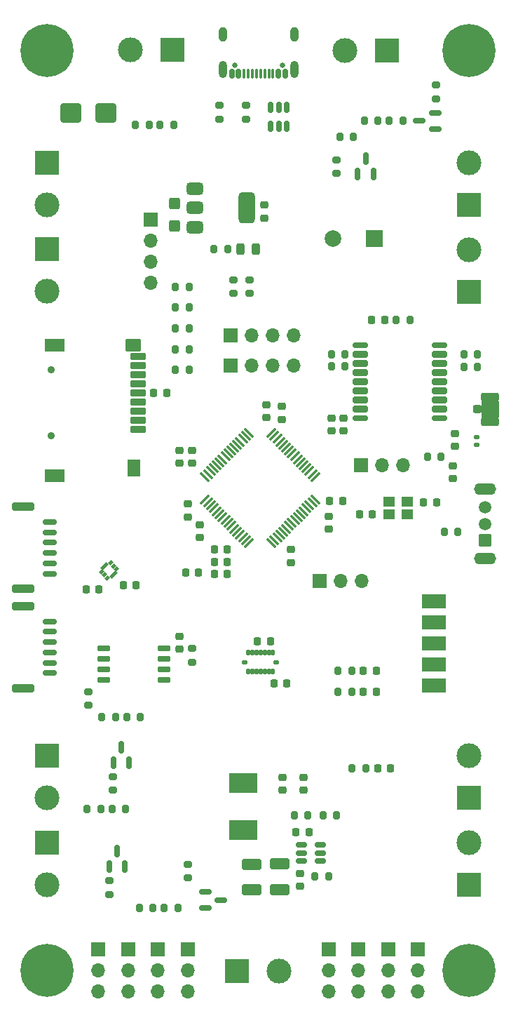
<source format=gts>
%TF.GenerationSoftware,KiCad,Pcbnew,8.0.3*%
%TF.CreationDate,2025-07-22T23:59:42+01:00*%
%TF.ProjectId,Athena,41746865-6e61-42e6-9b69-6361645f7063,rev?*%
%TF.SameCoordinates,Original*%
%TF.FileFunction,Soldermask,Top*%
%TF.FilePolarity,Negative*%
%FSLAX46Y46*%
G04 Gerber Fmt 4.6, Leading zero omitted, Abs format (unit mm)*
G04 Created by KiCad (PCBNEW 8.0.3) date 2025-07-22 23:59:42*
%MOMM*%
%LPD*%
G01*
G04 APERTURE LIST*
G04 Aperture macros list*
%AMRoundRect*
0 Rectangle with rounded corners*
0 $1 Rounding radius*
0 $2 $3 $4 $5 $6 $7 $8 $9 X,Y pos of 4 corners*
0 Add a 4 corners polygon primitive as box body*
4,1,4,$2,$3,$4,$5,$6,$7,$8,$9,$2,$3,0*
0 Add four circle primitives for the rounded corners*
1,1,$1+$1,$2,$3*
1,1,$1+$1,$4,$5*
1,1,$1+$1,$6,$7*
1,1,$1+$1,$8,$9*
0 Add four rect primitives between the rounded corners*
20,1,$1+$1,$2,$3,$4,$5,0*
20,1,$1+$1,$4,$5,$6,$7,0*
20,1,$1+$1,$6,$7,$8,$9,0*
20,1,$1+$1,$8,$9,$2,$3,0*%
G04 Aperture macros list end*
%ADD10RoundRect,0.200000X0.200000X0.275000X-0.200000X0.275000X-0.200000X-0.275000X0.200000X-0.275000X0*%
%ADD11RoundRect,0.225000X-0.225000X-0.250000X0.225000X-0.250000X0.225000X0.250000X-0.225000X0.250000X0*%
%ADD12RoundRect,0.147500X-0.172500X0.147500X-0.172500X-0.147500X0.172500X-0.147500X0.172500X0.147500X0*%
%ADD13RoundRect,0.250000X0.425000X-0.450000X0.425000X0.450000X-0.425000X0.450000X-0.425000X-0.450000X0*%
%ADD14RoundRect,0.225000X-0.250000X0.225000X-0.250000X-0.225000X0.250000X-0.225000X0.250000X0.225000X0*%
%ADD15RoundRect,0.200000X0.275000X-0.200000X0.275000X0.200000X-0.275000X0.200000X-0.275000X-0.200000X0*%
%ADD16RoundRect,0.200000X-0.200000X-0.275000X0.200000X-0.275000X0.200000X0.275000X-0.200000X0.275000X0*%
%ADD17R,3.000000X3.000000*%
%ADD18C,3.000000*%
%ADD19RoundRect,0.225000X0.225000X0.250000X-0.225000X0.250000X-0.225000X-0.250000X0.225000X-0.250000X0*%
%ADD20RoundRect,0.225000X0.250000X-0.225000X0.250000X0.225000X-0.250000X0.225000X-0.250000X-0.225000X0*%
%ADD21R,1.700000X1.700000*%
%ADD22O,1.700000X1.700000*%
%ADD23RoundRect,0.218750X0.218750X0.256250X-0.218750X0.256250X-0.218750X-0.256250X0.218750X-0.256250X0*%
%ADD24RoundRect,0.200000X-0.275000X0.200000X-0.275000X-0.200000X0.275000X-0.200000X0.275000X0.200000X0*%
%ADD25RoundRect,0.150000X-0.700000X0.150000X-0.700000X-0.150000X0.700000X-0.150000X0.700000X0.150000X0*%
%ADD26RoundRect,0.250000X-1.100000X0.250000X-1.100000X-0.250000X1.100000X-0.250000X1.100000X0.250000X0*%
%ADD27RoundRect,0.243750X-0.243750X-0.456250X0.243750X-0.456250X0.243750X0.456250X-0.243750X0.456250X0*%
%ADD28C,0.900000*%
%ADD29RoundRect,0.102000X-0.800000X0.350000X-0.800000X-0.350000X0.800000X-0.350000X0.800000X0.350000X0*%
%ADD30RoundRect,0.102000X-0.800000X0.700000X-0.800000X-0.700000X0.800000X-0.700000X0.800000X0.700000X0*%
%ADD31RoundRect,0.102000X-1.100000X0.700000X-1.100000X-0.700000X1.100000X-0.700000X1.100000X0.700000X0*%
%ADD32RoundRect,0.102000X-0.700000X0.900000X-0.700000X-0.900000X0.700000X-0.900000X0.700000X0.900000X0*%
%ADD33RoundRect,0.150000X-0.650000X-0.150000X0.650000X-0.150000X0.650000X0.150000X-0.650000X0.150000X0*%
%ADD34RoundRect,0.018450X0.274428X0.010607X0.010607X0.274428X-0.274428X-0.010607X-0.010607X-0.274428X0*%
%ADD35RoundRect,0.150000X0.150000X-0.587500X0.150000X0.587500X-0.150000X0.587500X-0.150000X-0.587500X0*%
%ADD36R,1.400000X1.150000*%
%ADD37C,6.400000*%
%ADD38RoundRect,0.150000X0.150000X-0.512500X0.150000X0.512500X-0.150000X0.512500X-0.150000X-0.512500X0*%
%ADD39RoundRect,0.250000X-0.925000X0.412500X-0.925000X-0.412500X0.925000X-0.412500X0.925000X0.412500X0*%
%ADD40RoundRect,0.218750X-0.256250X0.218750X-0.256250X-0.218750X0.256250X-0.218750X0.256250X0.218750X0*%
%ADD41RoundRect,0.050000X-0.175000X-0.295000X0.175000X-0.295000X0.175000X0.295000X-0.175000X0.295000X0*%
%ADD42RoundRect,0.050000X-0.295000X-0.175000X0.295000X-0.175000X0.295000X0.175000X-0.295000X0.175000X0*%
%ADD43RoundRect,0.375000X-0.625000X-0.375000X0.625000X-0.375000X0.625000X0.375000X-0.625000X0.375000X0*%
%ADD44RoundRect,0.500000X-0.500000X-1.400000X0.500000X-1.400000X0.500000X1.400000X-0.500000X1.400000X0*%
%ADD45C,0.650000*%
%ADD46RoundRect,0.150000X0.150000X0.425000X-0.150000X0.425000X-0.150000X-0.425000X0.150000X-0.425000X0*%
%ADD47RoundRect,0.075000X0.075000X0.500000X-0.075000X0.500000X-0.075000X-0.500000X0.075000X-0.500000X0*%
%ADD48O,1.000000X2.100000*%
%ADD49O,1.000000X1.800000*%
%ADD50RoundRect,0.150000X-0.587500X-0.150000X0.587500X-0.150000X0.587500X0.150000X-0.587500X0.150000X0*%
%ADD51RoundRect,0.175000X-0.725000X-0.175000X0.725000X-0.175000X0.725000X0.175000X-0.725000X0.175000X0*%
%ADD52RoundRect,0.200000X-0.700000X-0.200000X0.700000X-0.200000X0.700000X0.200000X-0.700000X0.200000X0*%
%ADD53RoundRect,0.250000X-0.275000X-0.250000X0.275000X-0.250000X0.275000X0.250000X-0.275000X0.250000X0*%
%ADD54RoundRect,0.250000X-0.850000X-0.275000X0.850000X-0.275000X0.850000X0.275000X-0.850000X0.275000X0*%
%ADD55RoundRect,0.075000X-0.441942X-0.548008X0.548008X0.441942X0.441942X0.548008X-0.548008X-0.441942X0*%
%ADD56RoundRect,0.075000X0.441942X-0.548008X0.548008X-0.441942X-0.441942X0.548008X-0.548008X0.441942X0*%
%ADD57RoundRect,0.150000X-0.512500X-0.150000X0.512500X-0.150000X0.512500X0.150000X-0.512500X0.150000X0*%
%ADD58RoundRect,0.150000X0.587500X0.150000X-0.587500X0.150000X-0.587500X-0.150000X0.587500X-0.150000X0*%
%ADD59RoundRect,0.250000X-1.000000X-0.900000X1.000000X-0.900000X1.000000X0.900000X-1.000000X0.900000X0*%
%ADD60RoundRect,0.102000X0.654000X-0.654000X0.654000X0.654000X-0.654000X0.654000X-0.654000X-0.654000X0*%
%ADD61C,1.512000*%
%ADD62O,2.664000X1.434000*%
%ADD63R,3.000000X1.800000*%
%ADD64R,2.000000X2.000000*%
%ADD65C,2.000000*%
%ADD66R,3.505200X2.362200*%
G04 APERTURE END LIST*
%TO.C,J16*%
G36*
X152485000Y-91360000D02*
G01*
X154575000Y-91360000D01*
X154575000Y-93240000D01*
X152485000Y-93240000D01*
X152485000Y-91360000D01*
G37*
%TD*%
D10*
%TO.C,R32*%
X152025000Y-87200000D03*
X150375000Y-87200000D03*
%TD*%
D11*
%TO.C,C15*%
X130100000Y-143300000D03*
X131650000Y-143300000D03*
%TD*%
D12*
%TO.C,D3*%
X151900000Y-95615000D03*
X151900000Y-96585000D03*
%TD*%
D13*
%TO.C,C13*%
X115450000Y-70150000D03*
X115450000Y-67450000D03*
%TD*%
D14*
%TO.C,C27*%
X149050000Y-99105000D03*
X149050000Y-100655000D03*
%TD*%
D15*
%TO.C,R21*%
X117000000Y-148825000D03*
X117000000Y-147175000D03*
%TD*%
D16*
%TO.C,R6*%
X129850000Y-141275000D03*
X131500000Y-141275000D03*
%TD*%
D14*
%TO.C,C14*%
X126290000Y-67655000D03*
X126290000Y-69205000D03*
%TD*%
D17*
%TO.C,J11*%
X151000000Y-149660000D03*
D18*
X151000000Y-144580000D03*
%TD*%
D16*
%TO.C,R29*%
X142175000Y-81500000D03*
X143825000Y-81500000D03*
%TD*%
%TO.C,R20*%
X114175000Y-152500000D03*
X115825000Y-152500000D03*
%TD*%
D15*
%TO.C,R38*%
X135000000Y-63825000D03*
X135000000Y-62175000D03*
%TD*%
D19*
%TO.C,C23*%
X106275000Y-114000000D03*
X104725000Y-114000000D03*
%TD*%
D10*
%TO.C,R27*%
X117150000Y-80010000D03*
X115500000Y-80010000D03*
%TD*%
D17*
%TO.C,J6*%
X122970000Y-160100000D03*
D18*
X128050000Y-160100000D03*
%TD*%
D20*
%TO.C,C6*%
X116000000Y-98775000D03*
X116000000Y-97225000D03*
%TD*%
D21*
%TO.C,U6*%
X134000000Y-157460000D03*
D22*
X134000000Y-160000000D03*
X134000000Y-162540000D03*
%TD*%
D10*
%TO.C,R39*%
X136825000Y-126375000D03*
X135175000Y-126375000D03*
%TD*%
%TO.C,R1*%
X121825000Y-73000000D03*
X120175000Y-73000000D03*
%TD*%
D23*
%TO.C,D4*%
X140787500Y-81500000D03*
X139212500Y-81500000D03*
%TD*%
D17*
%TO.C,J1*%
X151000000Y-78140000D03*
D18*
X151000000Y-73060000D03*
%TD*%
D14*
%TO.C,C28*%
X135850000Y-93350000D03*
X135850000Y-94900000D03*
%TD*%
D16*
%TO.C,R16*%
X138350000Y-57500000D03*
X140000000Y-57500000D03*
%TD*%
D21*
%TO.C,U21*%
X122200000Y-87000000D03*
D22*
X124740000Y-87000000D03*
X127280000Y-87000000D03*
X129820000Y-87000000D03*
%TD*%
D24*
%TO.C,R12*%
X124500000Y-76675000D03*
X124500000Y-78325000D03*
%TD*%
D25*
%TO.C,J15*%
X100350000Y-117875000D03*
X100350000Y-119125000D03*
X100350000Y-120375000D03*
X100350000Y-121625000D03*
X100350000Y-122875000D03*
X100350000Y-124125000D03*
D26*
X97150000Y-116025000D03*
X97150000Y-125975000D03*
%TD*%
D10*
%TO.C,R25*%
X117150000Y-85030000D03*
X115500000Y-85030000D03*
%TD*%
D14*
%TO.C,C1*%
X117000000Y-103725000D03*
X117000000Y-105275000D03*
%TD*%
%TO.C,C26*%
X134000000Y-105225000D03*
X134000000Y-106775000D03*
%TD*%
D16*
%TO.C,R31*%
X134375000Y-85625000D03*
X136025000Y-85625000D03*
%TD*%
D17*
%TO.C,J4*%
X100000000Y-144620000D03*
D18*
X100000000Y-149700000D03*
%TD*%
D27*
%TO.C,D1*%
X123350001Y-73000000D03*
X125225001Y-73000000D03*
%TD*%
D28*
%TO.C,J12*%
X100500000Y-87500000D03*
X100500000Y-95500000D03*
D29*
X111000000Y-94700000D03*
X111000000Y-93600000D03*
X111000000Y-92500000D03*
X111000000Y-91400000D03*
X111000000Y-90300000D03*
X111000000Y-89200000D03*
X111000000Y-88100000D03*
X111000000Y-87000000D03*
X111000000Y-85900000D03*
D30*
X110400000Y-84600000D03*
D31*
X100900000Y-84600000D03*
X100900000Y-100300000D03*
D32*
X110500000Y-99400000D03*
%TD*%
D33*
%TO.C,U20*%
X106900000Y-121095000D03*
X106900000Y-122365000D03*
X106900000Y-123635000D03*
X106900000Y-124905000D03*
X114100000Y-124905000D03*
X114100000Y-123635000D03*
X114100000Y-122365000D03*
X114100000Y-121095000D03*
%TD*%
D10*
%TO.C,R7*%
X134000000Y-148650000D03*
X132350000Y-148650000D03*
%TD*%
D21*
%TO.C,U13*%
X117000000Y-157475000D03*
D22*
X117000000Y-160015000D03*
X117000000Y-162555000D03*
%TD*%
D16*
%TO.C,R23*%
X113675000Y-58000000D03*
X115325000Y-58000000D03*
%TD*%
D20*
%TO.C,C17*%
X131000000Y-138275000D03*
X131000000Y-136725000D03*
%TD*%
D23*
%TO.C,D7*%
X139787500Y-123875000D03*
X138212500Y-123875000D03*
%TD*%
D20*
%TO.C,C25*%
X128400000Y-93505000D03*
X128400000Y-91955000D03*
%TD*%
D16*
%TO.C,R22*%
X110675000Y-58000000D03*
X112325000Y-58000000D03*
%TD*%
D21*
%TO.C,U9*%
X144800000Y-157475000D03*
D22*
X144800000Y-160015000D03*
X144800000Y-162555000D03*
%TD*%
D10*
%TO.C,R40*%
X136825000Y-123875000D03*
X135175000Y-123875000D03*
%TD*%
D17*
%TO.C,J5*%
X151000000Y-67600000D03*
D18*
X151000000Y-62520000D03*
%TD*%
D34*
%TO.C,U15*%
X107864160Y-112452713D03*
X108217713Y-112099160D03*
X108394490Y-111547617D03*
X108040937Y-111194063D03*
X107687383Y-110840510D03*
X107135840Y-111017287D03*
X106782287Y-111370840D03*
X106605510Y-111922383D03*
X106959063Y-112275937D03*
X107312617Y-112629490D03*
%TD*%
D21*
%TO.C,U12*%
X113400000Y-157475000D03*
D22*
X113400000Y-160015000D03*
X113400000Y-162555000D03*
%TD*%
D35*
%TO.C,Q1*%
X108050000Y-134937500D03*
X109950000Y-134937500D03*
X109000000Y-133062500D03*
%TD*%
D16*
%TO.C,R13*%
X104850000Y-140500000D03*
X106500000Y-140500000D03*
%TD*%
D36*
%TO.C,Y1*%
X141300000Y-105000000D03*
X143500000Y-105000000D03*
X143500000Y-103400000D03*
X141300000Y-103400000D03*
%TD*%
D10*
%TO.C,R35*%
X138512500Y-135650000D03*
X136862500Y-135650000D03*
%TD*%
D17*
%TO.C,J3*%
X100000000Y-134120000D03*
D18*
X100000000Y-139200000D03*
%TD*%
D11*
%TO.C,C31*%
X112900000Y-90350000D03*
X114450000Y-90350000D03*
%TD*%
D20*
%TO.C,C3*%
X126500000Y-93275000D03*
X126500000Y-91725000D03*
%TD*%
D37*
%TO.C,REF\u002A\u002A*%
X151000000Y-160000000D03*
%TD*%
D23*
%TO.C,FB1*%
X121787500Y-112200000D03*
X120212500Y-112200000D03*
%TD*%
D16*
%TO.C,R34*%
X145975000Y-98000000D03*
X147625000Y-98000000D03*
%TD*%
D15*
%TO.C,R3*%
X124050001Y-57287500D03*
X124050001Y-55637500D03*
%TD*%
D21*
%TO.C,U7*%
X137600000Y-157475000D03*
D22*
X137600000Y-160015000D03*
X137600000Y-162555000D03*
%TD*%
D19*
%TO.C,C9*%
X118275000Y-112000000D03*
X116725000Y-112000000D03*
%TD*%
D15*
%TO.C,R4*%
X120850001Y-57287500D03*
X120850001Y-55637500D03*
%TD*%
D38*
%TO.C,U2*%
X127050000Y-58137500D03*
X128000000Y-58137500D03*
X128950000Y-58137500D03*
X128950000Y-55862500D03*
X128000000Y-55862500D03*
X127050000Y-55862500D03*
%TD*%
D21*
%TO.C,U4*%
X112500000Y-69420000D03*
D22*
X112500000Y-71960000D03*
X112500000Y-74500000D03*
X112500000Y-77040000D03*
%TD*%
D16*
%TO.C,R17*%
X141350000Y-57500000D03*
X143000000Y-57500000D03*
%TD*%
D17*
%TO.C,J7*%
X100000000Y-73000000D03*
D18*
X100000000Y-78080000D03*
%TD*%
D19*
%TO.C,C11*%
X139275000Y-105000000D03*
X137725000Y-105000000D03*
%TD*%
D24*
%TO.C,R8*%
X107950000Y-136612500D03*
X107950000Y-138262500D03*
%TD*%
D35*
%TO.C,Q5*%
X137550000Y-63875001D03*
X139450000Y-63875001D03*
X138500000Y-62000001D03*
%TD*%
D37*
%TO.C,REF\u002A\u002A*%
X151000000Y-49000000D03*
%TD*%
D14*
%TO.C,C20*%
X130600000Y-148325000D03*
X130600000Y-149875000D03*
%TD*%
%TO.C,C2*%
X129500000Y-109225000D03*
X129500000Y-110775000D03*
%TD*%
D11*
%TO.C,C12*%
X145500000Y-103500000D03*
X147050000Y-103500000D03*
%TD*%
D39*
%TO.C,C19*%
X124750000Y-147187500D03*
X124750000Y-150262500D03*
%TD*%
D16*
%TO.C,R9*%
X106625000Y-129427500D03*
X108275000Y-129427500D03*
%TD*%
D15*
%TO.C,R37*%
X117500000Y-122825000D03*
X117500000Y-121175000D03*
%TD*%
D16*
%TO.C,R30*%
X134375000Y-87125000D03*
X136025000Y-87125000D03*
%TD*%
D23*
%TO.C,D5*%
X141512499Y-135650000D03*
X139937499Y-135650000D03*
%TD*%
D40*
%TO.C,FB2*%
X149300000Y-95212500D03*
X149300000Y-96787500D03*
%TD*%
D16*
%TO.C,R19*%
X111175000Y-152500000D03*
X112825000Y-152500000D03*
%TD*%
D15*
%TO.C,R18*%
X147000000Y-54825000D03*
X147000000Y-53175000D03*
%TD*%
D20*
%TO.C,C30*%
X116010000Y-121235000D03*
X116010000Y-119685000D03*
%TD*%
D11*
%TO.C,C5*%
X134145000Y-103340000D03*
X135695000Y-103340000D03*
%TD*%
D41*
%TO.C,U14*%
X124300000Y-121635000D03*
X124800000Y-121635000D03*
X125300000Y-121635000D03*
X125800000Y-121635000D03*
X126300000Y-121635000D03*
X126800000Y-121635000D03*
X127300000Y-121635000D03*
D42*
X127715000Y-122800000D03*
D41*
X127300000Y-123965000D03*
X126800000Y-123965000D03*
X126300000Y-123965000D03*
X125800000Y-123965000D03*
X125300000Y-123965000D03*
X124800000Y-123965000D03*
X124300000Y-123965000D03*
D42*
X123885000Y-122800000D03*
%TD*%
D10*
%TO.C,R41*%
X137035000Y-59430000D03*
X135385000Y-59430000D03*
%TD*%
D21*
%TO.C,U10*%
X106200000Y-157475000D03*
D22*
X106200000Y-160015000D03*
X106200000Y-162555000D03*
%TD*%
D37*
%TO.C,REF\u002A\u002A*%
X100000000Y-49000000D03*
%TD*%
D16*
%TO.C,R5*%
X133350001Y-141275000D03*
X135000001Y-141275000D03*
%TD*%
D43*
%TO.C,U3*%
X117850000Y-65700000D03*
X117850000Y-68000000D03*
D44*
X124150000Y-68000000D03*
D43*
X117850000Y-70300000D03*
%TD*%
D45*
%TO.C,J13*%
X128440000Y-50755000D03*
X122660000Y-50755000D03*
D46*
X128750000Y-51830000D03*
X127950000Y-51830000D03*
D47*
X126800000Y-51830000D03*
X125800000Y-51830000D03*
X125300000Y-51830000D03*
X124300000Y-51830000D03*
D46*
X123150000Y-51830000D03*
X122350000Y-51830000D03*
X122350000Y-51830000D03*
X123150000Y-51830000D03*
D47*
X123800000Y-51830000D03*
X124800000Y-51830000D03*
X126300000Y-51830000D03*
X127300000Y-51830000D03*
D46*
X127950000Y-51830000D03*
X128750000Y-51830000D03*
D48*
X129870000Y-51255000D03*
D49*
X129870000Y-47075000D03*
D48*
X121230000Y-51255000D03*
D49*
X121230000Y-47075000D03*
%TD*%
D50*
%TO.C,Q4*%
X119125000Y-150550000D03*
X119125000Y-152450000D03*
X121000000Y-151500000D03*
%TD*%
D51*
%TO.C,U16*%
X137875000Y-84587500D03*
D52*
X137875000Y-85687500D03*
X137875000Y-86787500D03*
X137875000Y-87887500D03*
X137875000Y-88987500D03*
X137875000Y-90087500D03*
X137875000Y-91187500D03*
X137875000Y-92287500D03*
D51*
X137875000Y-93387500D03*
X147375000Y-93387500D03*
D52*
X147375000Y-92287500D03*
X147375000Y-91187500D03*
X147375000Y-90087500D03*
X147375000Y-88987500D03*
X147375000Y-87887500D03*
X147375000Y-86787500D03*
X147375000Y-85687500D03*
D51*
X147375000Y-84587500D03*
%TD*%
D11*
%TO.C,C22*%
X127425000Y-125400000D03*
X128975000Y-125400000D03*
%TD*%
D17*
%TO.C,J2*%
X141040000Y-49000000D03*
D18*
X135960000Y-49000000D03*
%TD*%
D17*
%TO.C,J10*%
X151000000Y-139140000D03*
D18*
X151000000Y-134060000D03*
%TD*%
D21*
%TO.C,U11*%
X109800000Y-157475000D03*
D22*
X109800000Y-160015000D03*
X109800000Y-162555000D03*
%TD*%
D14*
%TO.C,C10*%
X118500000Y-106225000D03*
X118500000Y-107775000D03*
%TD*%
D53*
%TO.C,J16*%
X151950000Y-92300000D03*
D54*
X153475000Y-90825000D03*
X153475000Y-93775000D03*
%TD*%
D35*
%TO.C,Q2*%
X107500000Y-147500000D03*
X109400000Y-147500000D03*
X108450000Y-145625000D03*
%TD*%
D14*
%TO.C,C29*%
X134350000Y-93350000D03*
X134350000Y-94900000D03*
%TD*%
D24*
%TO.C,R11*%
X122500000Y-76675000D03*
X122500000Y-78325000D03*
%TD*%
D20*
%TO.C,C16*%
X128490000Y-138275000D03*
X128490000Y-136725000D03*
%TD*%
D16*
%TO.C,R10*%
X109625000Y-129437500D03*
X111275000Y-129437500D03*
%TD*%
D21*
%TO.C,U19*%
X132975000Y-113000000D03*
D22*
X135515000Y-113000000D03*
X138055000Y-113000000D03*
%TD*%
D23*
%TO.C,D6*%
X139787500Y-126375000D03*
X138212500Y-126375000D03*
%TD*%
D24*
%TO.C,R36*%
X105000000Y-126350000D03*
X105000000Y-128000000D03*
%TD*%
D55*
%TO.C,U1*%
X119085519Y-103171573D03*
X119439072Y-103525126D03*
X119792625Y-103878679D03*
X120146179Y-104232233D03*
X120499732Y-104585786D03*
X120853286Y-104939340D03*
X121206839Y-105292893D03*
X121560392Y-105646446D03*
X121913946Y-106000000D03*
X122267499Y-106353553D03*
X122621052Y-106707106D03*
X122974606Y-107060660D03*
X123328159Y-107414213D03*
X123681713Y-107767767D03*
X124035266Y-108121320D03*
X124388819Y-108474873D03*
D56*
X127111181Y-108474873D03*
X127464734Y-108121320D03*
X127818287Y-107767767D03*
X128171841Y-107414213D03*
X128525394Y-107060660D03*
X128878948Y-106707106D03*
X129232501Y-106353553D03*
X129586054Y-106000000D03*
X129939608Y-105646446D03*
X130293161Y-105292893D03*
X130646714Y-104939340D03*
X131000268Y-104585786D03*
X131353821Y-104232233D03*
X131707375Y-103878679D03*
X132060928Y-103525126D03*
X132414481Y-103171573D03*
D55*
X132414481Y-100449211D03*
X132060928Y-100095658D03*
X131707375Y-99742105D03*
X131353821Y-99388551D03*
X131000268Y-99034998D03*
X130646714Y-98681444D03*
X130293161Y-98327891D03*
X129939608Y-97974338D03*
X129586054Y-97620784D03*
X129232501Y-97267231D03*
X128878948Y-96913678D03*
X128525394Y-96560124D03*
X128171841Y-96206571D03*
X127818287Y-95853017D03*
X127464734Y-95499464D03*
X127111181Y-95145911D03*
D56*
X124388819Y-95145911D03*
X124035266Y-95499464D03*
X123681713Y-95853017D03*
X123328159Y-96206571D03*
X122974606Y-96560124D03*
X122621052Y-96913678D03*
X122267499Y-97267231D03*
X121913946Y-97620784D03*
X121560392Y-97974338D03*
X121206839Y-98327891D03*
X120853286Y-98681444D03*
X120499732Y-99034998D03*
X120146179Y-99388551D03*
X119792625Y-99742105D03*
X119439072Y-100095658D03*
X119085519Y-100449211D03*
%TD*%
D24*
%TO.C,R15*%
X107500000Y-149175000D03*
X107500000Y-150825000D03*
%TD*%
D21*
%TO.C,U22*%
X122200000Y-83350000D03*
D22*
X124740000Y-83350000D03*
X127280000Y-83350000D03*
X129820000Y-83350000D03*
%TD*%
D16*
%TO.C,R14*%
X107850000Y-140500000D03*
X109500000Y-140500000D03*
%TD*%
D20*
%TO.C,C4*%
X117500000Y-98775000D03*
X117500000Y-97225000D03*
%TD*%
D19*
%TO.C,C8*%
X121775000Y-110700000D03*
X120225000Y-110700000D03*
%TD*%
D11*
%TO.C,C24*%
X109225000Y-113500000D03*
X110775000Y-113500000D03*
%TD*%
D19*
%TO.C,C7*%
X121775000Y-109200000D03*
X120225000Y-109200000D03*
%TD*%
D57*
%TO.C,U5*%
X130725000Y-144875000D03*
X130725000Y-145825000D03*
X130725000Y-146775000D03*
X133000000Y-146775000D03*
X133000000Y-145825000D03*
X133000000Y-144875000D03*
%TD*%
D37*
%TO.C,REF\u002A\u002A*%
X100000000Y-160000000D03*
%TD*%
D10*
%TO.C,R28*%
X117150000Y-77500000D03*
X115500000Y-77500000D03*
%TD*%
D58*
%TO.C,Q3*%
X146875001Y-58450000D03*
X146875001Y-56550000D03*
X145000001Y-57500000D03*
%TD*%
D59*
%TO.C,D2*%
X102850000Y-56500000D03*
X107150000Y-56500000D03*
%TD*%
D39*
%TO.C,C18*%
X128100000Y-147150000D03*
X128100000Y-150225000D03*
%TD*%
D60*
%TO.C,SW1*%
X152896000Y-108134000D03*
D61*
X152896000Y-106134000D03*
X152896000Y-104134000D03*
D62*
X152896000Y-110334000D03*
X152896000Y-101934000D03*
%TD*%
D21*
%TO.C,U8*%
X141200000Y-157460000D03*
D22*
X141200000Y-160000000D03*
X141200000Y-162540000D03*
%TD*%
D63*
%TO.C,U18*%
X146780000Y-115420000D03*
X146780000Y-117960000D03*
X146780000Y-120500000D03*
X146780000Y-123040000D03*
X146780000Y-125580000D03*
%TD*%
D10*
%TO.C,R24*%
X117150000Y-87540000D03*
X115500000Y-87540000D03*
%TD*%
%TO.C,R2*%
X149631000Y-107118000D03*
X147981000Y-107118000D03*
%TD*%
D21*
%TO.C,U17*%
X137975000Y-99000000D03*
D22*
X140515000Y-99000000D03*
X143055000Y-99000000D03*
%TD*%
D17*
%TO.C,J8*%
X115130000Y-48950000D03*
D18*
X110050000Y-48950000D03*
%TD*%
D10*
%TO.C,R33*%
X152025000Y-85700000D03*
X150375000Y-85700000D03*
%TD*%
D64*
%TO.C,BZ1*%
X139550000Y-71725000D03*
D65*
X134550000Y-71725000D03*
%TD*%
D17*
%TO.C,J9*%
X100000000Y-62520000D03*
D18*
X100000000Y-67600000D03*
%TD*%
D11*
%TO.C,C21*%
X125425000Y-120275000D03*
X126975000Y-120275000D03*
%TD*%
D66*
%TO.C,L1*%
X123750000Y-137378700D03*
X123750000Y-143021300D03*
%TD*%
D10*
%TO.C,R26*%
X117150000Y-82520000D03*
X115500000Y-82520000D03*
%TD*%
D25*
%TO.C,J14*%
X100350000Y-105875000D03*
X100350000Y-107125000D03*
X100350000Y-108375000D03*
X100350000Y-109625000D03*
X100350000Y-110875000D03*
X100350000Y-112125000D03*
D26*
X97150000Y-104025000D03*
X97150000Y-113975000D03*
%TD*%
M02*

</source>
